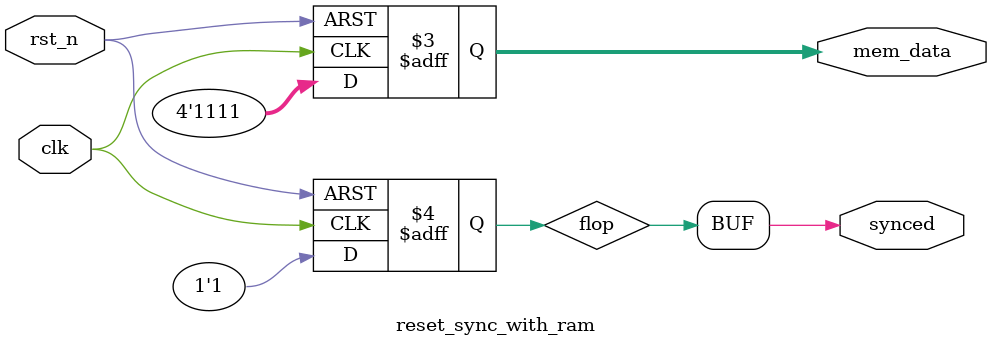
<source format=sv>
module reset_sync_with_ram #(parameter ADDR_WIDTH = 2) (
  input  wire                    clk,
  input  wire                    rst_n,
  output wire                    synced, // 改为wire以匹配连续赋值
  output reg  [2**ADDR_WIDTH-1:0] mem_data
);
  reg flop;
  
  always @(posedge clk or negedge rst_n) begin
    if(!rst_n) begin
      flop     <= 1'b0;
      mem_data <= { (2**ADDR_WIDTH) {1'b0} };
    end else begin
      flop     <= 1'b1;
      mem_data <= { (2**ADDR_WIDTH) {1'b1} };
    end
  end
  
  assign synced = flop;
endmodule
</source>
